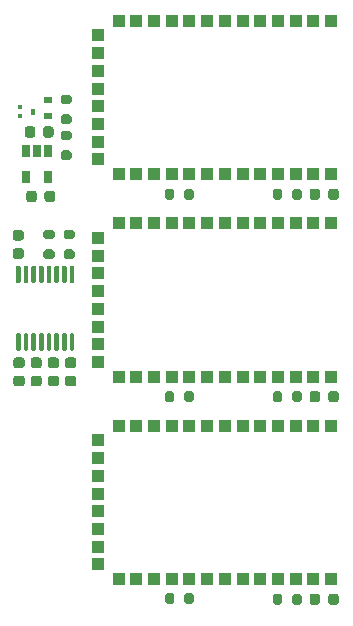
<source format=gbr>
%TF.GenerationSoftware,KiCad,Pcbnew,(5.1.9)-1*%
%TF.CreationDate,2021-01-06T02:37:49+01:00*%
%TF.ProjectId,SerialBT-Flarm-2.0,53657269-616c-4425-942d-466c61726d2d,2.0*%
%TF.SameCoordinates,Original*%
%TF.FileFunction,Paste,Top*%
%TF.FilePolarity,Positive*%
%FSLAX46Y46*%
G04 Gerber Fmt 4.6, Leading zero omitted, Abs format (unit mm)*
G04 Created by KiCad (PCBNEW (5.1.9)-1) date 2021-01-06 02:37:49*
%MOMM*%
%LPD*%
G01*
G04 APERTURE LIST*
%ADD10R,1.000000X1.000000*%
%ADD11R,0.650000X1.060000*%
%ADD12R,0.450000X0.500000*%
%ADD13R,0.450000X0.400000*%
%ADD14R,0.700000X0.600000*%
G04 APERTURE END LIST*
D10*
%TO.C,U3*%
X169568000Y-66779000D03*
X168068000Y-66779000D03*
X166568000Y-66779000D03*
X165068000Y-66779000D03*
X163568000Y-66779000D03*
X162068000Y-66779000D03*
X160568000Y-66779000D03*
X159068000Y-66779000D03*
X157568000Y-66779000D03*
X156068000Y-66779000D03*
X154568000Y-66779000D03*
X153068000Y-66779000D03*
X151568000Y-66779000D03*
X149818000Y-68029000D03*
X149818000Y-69529000D03*
X149818000Y-71029000D03*
X149818000Y-72529000D03*
X149818000Y-74029000D03*
X149818000Y-75529000D03*
X149818000Y-77029000D03*
X149818000Y-78529000D03*
X151568000Y-79779000D03*
X153068000Y-79779000D03*
X154568000Y-79779000D03*
X156068000Y-79779000D03*
X157568000Y-79779000D03*
X159068000Y-79779000D03*
X160568000Y-79779000D03*
X162068000Y-79779000D03*
X163568000Y-79779000D03*
X165068000Y-79779000D03*
X166568000Y-79779000D03*
X168068000Y-79779000D03*
X169568000Y-79779000D03*
%TD*%
%TO.C,U5*%
X169568000Y-101069000D03*
X168068000Y-101069000D03*
X166568000Y-101069000D03*
X165068000Y-101069000D03*
X163568000Y-101069000D03*
X162068000Y-101069000D03*
X160568000Y-101069000D03*
X159068000Y-101069000D03*
X157568000Y-101069000D03*
X156068000Y-101069000D03*
X154568000Y-101069000D03*
X153068000Y-101069000D03*
X151568000Y-101069000D03*
X149818000Y-102319000D03*
X149818000Y-103819000D03*
X149818000Y-105319000D03*
X149818000Y-106819000D03*
X149818000Y-108319000D03*
X149818000Y-109819000D03*
X149818000Y-111319000D03*
X149818000Y-112819000D03*
X151568000Y-114069000D03*
X153068000Y-114069000D03*
X154568000Y-114069000D03*
X156068000Y-114069000D03*
X157568000Y-114069000D03*
X159068000Y-114069000D03*
X160568000Y-114069000D03*
X162068000Y-114069000D03*
X163568000Y-114069000D03*
X165068000Y-114069000D03*
X166568000Y-114069000D03*
X168068000Y-114069000D03*
X169568000Y-114069000D03*
%TD*%
%TO.C,U4*%
X169568000Y-83924000D03*
X168068000Y-83924000D03*
X166568000Y-83924000D03*
X165068000Y-83924000D03*
X163568000Y-83924000D03*
X162068000Y-83924000D03*
X160568000Y-83924000D03*
X159068000Y-83924000D03*
X157568000Y-83924000D03*
X156068000Y-83924000D03*
X154568000Y-83924000D03*
X153068000Y-83924000D03*
X151568000Y-83924000D03*
X149818000Y-85174000D03*
X149818000Y-86674000D03*
X149818000Y-88174000D03*
X149818000Y-89674000D03*
X149818000Y-91174000D03*
X149818000Y-92674000D03*
X149818000Y-94174000D03*
X149818000Y-95674000D03*
X151568000Y-96924000D03*
X153068000Y-96924000D03*
X154568000Y-96924000D03*
X156068000Y-96924000D03*
X157568000Y-96924000D03*
X159068000Y-96924000D03*
X160568000Y-96924000D03*
X162068000Y-96924000D03*
X163568000Y-96924000D03*
X165068000Y-96924000D03*
X166568000Y-96924000D03*
X168068000Y-96924000D03*
X169568000Y-96924000D03*
%TD*%
%TO.C,R10*%
G36*
G01*
X166287000Y-81745500D02*
X166287000Y-81195500D01*
G75*
G02*
X166487000Y-80995500I200000J0D01*
G01*
X166887000Y-80995500D01*
G75*
G02*
X167087000Y-81195500I0J-200000D01*
G01*
X167087000Y-81745500D01*
G75*
G02*
X166887000Y-81945500I-200000J0D01*
G01*
X166487000Y-81945500D01*
G75*
G02*
X166287000Y-81745500I0J200000D01*
G01*
G37*
G36*
G01*
X164637000Y-81745500D02*
X164637000Y-81195500D01*
G75*
G02*
X164837000Y-80995500I200000J0D01*
G01*
X165237000Y-80995500D01*
G75*
G02*
X165437000Y-81195500I0J-200000D01*
G01*
X165437000Y-81745500D01*
G75*
G02*
X165237000Y-81945500I-200000J0D01*
G01*
X164837000Y-81945500D01*
G75*
G02*
X164637000Y-81745500I0J200000D01*
G01*
G37*
%TD*%
%TO.C,R9*%
G36*
G01*
X156293000Y-81195500D02*
X156293000Y-81745500D01*
G75*
G02*
X156093000Y-81945500I-200000J0D01*
G01*
X155693000Y-81945500D01*
G75*
G02*
X155493000Y-81745500I0J200000D01*
G01*
X155493000Y-81195500D01*
G75*
G02*
X155693000Y-80995500I200000J0D01*
G01*
X156093000Y-80995500D01*
G75*
G02*
X156293000Y-81195500I0J-200000D01*
G01*
G37*
G36*
G01*
X157943000Y-81195500D02*
X157943000Y-81745500D01*
G75*
G02*
X157743000Y-81945500I-200000J0D01*
G01*
X157343000Y-81945500D01*
G75*
G02*
X157143000Y-81745500I0J200000D01*
G01*
X157143000Y-81195500D01*
G75*
G02*
X157343000Y-80995500I200000J0D01*
G01*
X157743000Y-80995500D01*
G75*
G02*
X157943000Y-81195500I0J-200000D01*
G01*
G37*
%TD*%
%TO.C,D4*%
G36*
G01*
X168623500Y-81214250D02*
X168623500Y-81726750D01*
G75*
G02*
X168404750Y-81945500I-218750J0D01*
G01*
X167967250Y-81945500D01*
G75*
G02*
X167748500Y-81726750I0J218750D01*
G01*
X167748500Y-81214250D01*
G75*
G02*
X167967250Y-80995500I218750J0D01*
G01*
X168404750Y-80995500D01*
G75*
G02*
X168623500Y-81214250I0J-218750D01*
G01*
G37*
G36*
G01*
X170198500Y-81214250D02*
X170198500Y-81726750D01*
G75*
G02*
X169979750Y-81945500I-218750J0D01*
G01*
X169542250Y-81945500D01*
G75*
G02*
X169323500Y-81726750I0J218750D01*
G01*
X169323500Y-81214250D01*
G75*
G02*
X169542250Y-80995500I218750J0D01*
G01*
X169979750Y-80995500D01*
G75*
G02*
X170198500Y-81214250I0J-218750D01*
G01*
G37*
%TD*%
%TO.C,U2*%
G36*
G01*
X143176500Y-88997500D02*
X142976500Y-88997500D01*
G75*
G02*
X142876500Y-88897500I0J100000D01*
G01*
X142876500Y-87622500D01*
G75*
G02*
X142976500Y-87522500I100000J0D01*
G01*
X143176500Y-87522500D01*
G75*
G02*
X143276500Y-87622500I0J-100000D01*
G01*
X143276500Y-88897500D01*
G75*
G02*
X143176500Y-88997500I-100000J0D01*
G01*
G37*
G36*
G01*
X143826500Y-88997500D02*
X143626500Y-88997500D01*
G75*
G02*
X143526500Y-88897500I0J100000D01*
G01*
X143526500Y-87622500D01*
G75*
G02*
X143626500Y-87522500I100000J0D01*
G01*
X143826500Y-87522500D01*
G75*
G02*
X143926500Y-87622500I0J-100000D01*
G01*
X143926500Y-88897500D01*
G75*
G02*
X143826500Y-88997500I-100000J0D01*
G01*
G37*
G36*
G01*
X144476500Y-88997500D02*
X144276500Y-88997500D01*
G75*
G02*
X144176500Y-88897500I0J100000D01*
G01*
X144176500Y-87622500D01*
G75*
G02*
X144276500Y-87522500I100000J0D01*
G01*
X144476500Y-87522500D01*
G75*
G02*
X144576500Y-87622500I0J-100000D01*
G01*
X144576500Y-88897500D01*
G75*
G02*
X144476500Y-88997500I-100000J0D01*
G01*
G37*
G36*
G01*
X145126500Y-88997500D02*
X144926500Y-88997500D01*
G75*
G02*
X144826500Y-88897500I0J100000D01*
G01*
X144826500Y-87622500D01*
G75*
G02*
X144926500Y-87522500I100000J0D01*
G01*
X145126500Y-87522500D01*
G75*
G02*
X145226500Y-87622500I0J-100000D01*
G01*
X145226500Y-88897500D01*
G75*
G02*
X145126500Y-88997500I-100000J0D01*
G01*
G37*
G36*
G01*
X145776500Y-88997500D02*
X145576500Y-88997500D01*
G75*
G02*
X145476500Y-88897500I0J100000D01*
G01*
X145476500Y-87622500D01*
G75*
G02*
X145576500Y-87522500I100000J0D01*
G01*
X145776500Y-87522500D01*
G75*
G02*
X145876500Y-87622500I0J-100000D01*
G01*
X145876500Y-88897500D01*
G75*
G02*
X145776500Y-88997500I-100000J0D01*
G01*
G37*
G36*
G01*
X146426500Y-88997500D02*
X146226500Y-88997500D01*
G75*
G02*
X146126500Y-88897500I0J100000D01*
G01*
X146126500Y-87622500D01*
G75*
G02*
X146226500Y-87522500I100000J0D01*
G01*
X146426500Y-87522500D01*
G75*
G02*
X146526500Y-87622500I0J-100000D01*
G01*
X146526500Y-88897500D01*
G75*
G02*
X146426500Y-88997500I-100000J0D01*
G01*
G37*
G36*
G01*
X147076500Y-88997500D02*
X146876500Y-88997500D01*
G75*
G02*
X146776500Y-88897500I0J100000D01*
G01*
X146776500Y-87622500D01*
G75*
G02*
X146876500Y-87522500I100000J0D01*
G01*
X147076500Y-87522500D01*
G75*
G02*
X147176500Y-87622500I0J-100000D01*
G01*
X147176500Y-88897500D01*
G75*
G02*
X147076500Y-88997500I-100000J0D01*
G01*
G37*
G36*
G01*
X147726500Y-88997500D02*
X147526500Y-88997500D01*
G75*
G02*
X147426500Y-88897500I0J100000D01*
G01*
X147426500Y-87622500D01*
G75*
G02*
X147526500Y-87522500I100000J0D01*
G01*
X147726500Y-87522500D01*
G75*
G02*
X147826500Y-87622500I0J-100000D01*
G01*
X147826500Y-88897500D01*
G75*
G02*
X147726500Y-88997500I-100000J0D01*
G01*
G37*
G36*
G01*
X147726500Y-94722500D02*
X147526500Y-94722500D01*
G75*
G02*
X147426500Y-94622500I0J100000D01*
G01*
X147426500Y-93347500D01*
G75*
G02*
X147526500Y-93247500I100000J0D01*
G01*
X147726500Y-93247500D01*
G75*
G02*
X147826500Y-93347500I0J-100000D01*
G01*
X147826500Y-94622500D01*
G75*
G02*
X147726500Y-94722500I-100000J0D01*
G01*
G37*
G36*
G01*
X147076500Y-94722500D02*
X146876500Y-94722500D01*
G75*
G02*
X146776500Y-94622500I0J100000D01*
G01*
X146776500Y-93347500D01*
G75*
G02*
X146876500Y-93247500I100000J0D01*
G01*
X147076500Y-93247500D01*
G75*
G02*
X147176500Y-93347500I0J-100000D01*
G01*
X147176500Y-94622500D01*
G75*
G02*
X147076500Y-94722500I-100000J0D01*
G01*
G37*
G36*
G01*
X146426500Y-94722500D02*
X146226500Y-94722500D01*
G75*
G02*
X146126500Y-94622500I0J100000D01*
G01*
X146126500Y-93347500D01*
G75*
G02*
X146226500Y-93247500I100000J0D01*
G01*
X146426500Y-93247500D01*
G75*
G02*
X146526500Y-93347500I0J-100000D01*
G01*
X146526500Y-94622500D01*
G75*
G02*
X146426500Y-94722500I-100000J0D01*
G01*
G37*
G36*
G01*
X145776500Y-94722500D02*
X145576500Y-94722500D01*
G75*
G02*
X145476500Y-94622500I0J100000D01*
G01*
X145476500Y-93347500D01*
G75*
G02*
X145576500Y-93247500I100000J0D01*
G01*
X145776500Y-93247500D01*
G75*
G02*
X145876500Y-93347500I0J-100000D01*
G01*
X145876500Y-94622500D01*
G75*
G02*
X145776500Y-94722500I-100000J0D01*
G01*
G37*
G36*
G01*
X145126500Y-94722500D02*
X144926500Y-94722500D01*
G75*
G02*
X144826500Y-94622500I0J100000D01*
G01*
X144826500Y-93347500D01*
G75*
G02*
X144926500Y-93247500I100000J0D01*
G01*
X145126500Y-93247500D01*
G75*
G02*
X145226500Y-93347500I0J-100000D01*
G01*
X145226500Y-94622500D01*
G75*
G02*
X145126500Y-94722500I-100000J0D01*
G01*
G37*
G36*
G01*
X144476500Y-94722500D02*
X144276500Y-94722500D01*
G75*
G02*
X144176500Y-94622500I0J100000D01*
G01*
X144176500Y-93347500D01*
G75*
G02*
X144276500Y-93247500I100000J0D01*
G01*
X144476500Y-93247500D01*
G75*
G02*
X144576500Y-93347500I0J-100000D01*
G01*
X144576500Y-94622500D01*
G75*
G02*
X144476500Y-94722500I-100000J0D01*
G01*
G37*
G36*
G01*
X143826500Y-94722500D02*
X143626500Y-94722500D01*
G75*
G02*
X143526500Y-94622500I0J100000D01*
G01*
X143526500Y-93347500D01*
G75*
G02*
X143626500Y-93247500I100000J0D01*
G01*
X143826500Y-93247500D01*
G75*
G02*
X143926500Y-93347500I0J-100000D01*
G01*
X143926500Y-94622500D01*
G75*
G02*
X143826500Y-94722500I-100000J0D01*
G01*
G37*
G36*
G01*
X143176500Y-94722500D02*
X142976500Y-94722500D01*
G75*
G02*
X142876500Y-94622500I0J100000D01*
G01*
X142876500Y-93347500D01*
G75*
G02*
X142976500Y-93247500I100000J0D01*
G01*
X143176500Y-93247500D01*
G75*
G02*
X143276500Y-93347500I0J-100000D01*
G01*
X143276500Y-94622500D01*
G75*
G02*
X143176500Y-94722500I-100000J0D01*
G01*
G37*
%TD*%
D11*
%TO.C,U1*%
X145603000Y-80030500D03*
X143703000Y-80030500D03*
X143703000Y-77830500D03*
X144653000Y-77830500D03*
X145603000Y-77830500D03*
%TD*%
%TO.C,R8*%
G36*
G01*
X165437000Y-115485500D02*
X165437000Y-116035500D01*
G75*
G02*
X165237000Y-116235500I-200000J0D01*
G01*
X164837000Y-116235500D01*
G75*
G02*
X164637000Y-116035500I0J200000D01*
G01*
X164637000Y-115485500D01*
G75*
G02*
X164837000Y-115285500I200000J0D01*
G01*
X165237000Y-115285500D01*
G75*
G02*
X165437000Y-115485500I0J-200000D01*
G01*
G37*
G36*
G01*
X167087000Y-115485500D02*
X167087000Y-116035500D01*
G75*
G02*
X166887000Y-116235500I-200000J0D01*
G01*
X166487000Y-116235500D01*
G75*
G02*
X166287000Y-116035500I0J200000D01*
G01*
X166287000Y-115485500D01*
G75*
G02*
X166487000Y-115285500I200000J0D01*
G01*
X166887000Y-115285500D01*
G75*
G02*
X167087000Y-115485500I0J-200000D01*
G01*
G37*
%TD*%
%TO.C,R7*%
G36*
G01*
X156293000Y-115422000D02*
X156293000Y-115972000D01*
G75*
G02*
X156093000Y-116172000I-200000J0D01*
G01*
X155693000Y-116172000D01*
G75*
G02*
X155493000Y-115972000I0J200000D01*
G01*
X155493000Y-115422000D01*
G75*
G02*
X155693000Y-115222000I200000J0D01*
G01*
X156093000Y-115222000D01*
G75*
G02*
X156293000Y-115422000I0J-200000D01*
G01*
G37*
G36*
G01*
X157943000Y-115422000D02*
X157943000Y-115972000D01*
G75*
G02*
X157743000Y-116172000I-200000J0D01*
G01*
X157343000Y-116172000D01*
G75*
G02*
X157143000Y-115972000I0J200000D01*
G01*
X157143000Y-115422000D01*
G75*
G02*
X157343000Y-115222000I200000J0D01*
G01*
X157743000Y-115222000D01*
G75*
G02*
X157943000Y-115422000I0J-200000D01*
G01*
G37*
%TD*%
%TO.C,R6*%
G36*
G01*
X166287000Y-98890500D02*
X166287000Y-98340500D01*
G75*
G02*
X166487000Y-98140500I200000J0D01*
G01*
X166887000Y-98140500D01*
G75*
G02*
X167087000Y-98340500I0J-200000D01*
G01*
X167087000Y-98890500D01*
G75*
G02*
X166887000Y-99090500I-200000J0D01*
G01*
X166487000Y-99090500D01*
G75*
G02*
X166287000Y-98890500I0J200000D01*
G01*
G37*
G36*
G01*
X164637000Y-98890500D02*
X164637000Y-98340500D01*
G75*
G02*
X164837000Y-98140500I200000J0D01*
G01*
X165237000Y-98140500D01*
G75*
G02*
X165437000Y-98340500I0J-200000D01*
G01*
X165437000Y-98890500D01*
G75*
G02*
X165237000Y-99090500I-200000J0D01*
G01*
X164837000Y-99090500D01*
G75*
G02*
X164637000Y-98890500I0J200000D01*
G01*
G37*
%TD*%
%TO.C,R5*%
G36*
G01*
X156293000Y-98340500D02*
X156293000Y-98890500D01*
G75*
G02*
X156093000Y-99090500I-200000J0D01*
G01*
X155693000Y-99090500D01*
G75*
G02*
X155493000Y-98890500I0J200000D01*
G01*
X155493000Y-98340500D01*
G75*
G02*
X155693000Y-98140500I200000J0D01*
G01*
X156093000Y-98140500D01*
G75*
G02*
X156293000Y-98340500I0J-200000D01*
G01*
G37*
G36*
G01*
X157943000Y-98340500D02*
X157943000Y-98890500D01*
G75*
G02*
X157743000Y-99090500I-200000J0D01*
G01*
X157343000Y-99090500D01*
G75*
G02*
X157143000Y-98890500I0J200000D01*
G01*
X157143000Y-98340500D01*
G75*
G02*
X157343000Y-98140500I200000J0D01*
G01*
X157743000Y-98140500D01*
G75*
G02*
X157943000Y-98340500I0J-200000D01*
G01*
G37*
%TD*%
%TO.C,R4*%
G36*
G01*
X147108500Y-86150000D02*
X147658500Y-86150000D01*
G75*
G02*
X147858500Y-86350000I0J-200000D01*
G01*
X147858500Y-86750000D01*
G75*
G02*
X147658500Y-86950000I-200000J0D01*
G01*
X147108500Y-86950000D01*
G75*
G02*
X146908500Y-86750000I0J200000D01*
G01*
X146908500Y-86350000D01*
G75*
G02*
X147108500Y-86150000I200000J0D01*
G01*
G37*
G36*
G01*
X147108500Y-84500000D02*
X147658500Y-84500000D01*
G75*
G02*
X147858500Y-84700000I0J-200000D01*
G01*
X147858500Y-85100000D01*
G75*
G02*
X147658500Y-85300000I-200000J0D01*
G01*
X147108500Y-85300000D01*
G75*
G02*
X146908500Y-85100000I0J200000D01*
G01*
X146908500Y-84700000D01*
G75*
G02*
X147108500Y-84500000I200000J0D01*
G01*
G37*
%TD*%
%TO.C,R3*%
G36*
G01*
X145394000Y-86150000D02*
X145944000Y-86150000D01*
G75*
G02*
X146144000Y-86350000I0J-200000D01*
G01*
X146144000Y-86750000D01*
G75*
G02*
X145944000Y-86950000I-200000J0D01*
G01*
X145394000Y-86950000D01*
G75*
G02*
X145194000Y-86750000I0J200000D01*
G01*
X145194000Y-86350000D01*
G75*
G02*
X145394000Y-86150000I200000J0D01*
G01*
G37*
G36*
G01*
X145394000Y-84500000D02*
X145944000Y-84500000D01*
G75*
G02*
X146144000Y-84700000I0J-200000D01*
G01*
X146144000Y-85100000D01*
G75*
G02*
X145944000Y-85300000I-200000J0D01*
G01*
X145394000Y-85300000D01*
G75*
G02*
X145194000Y-85100000I0J200000D01*
G01*
X145194000Y-84700000D01*
G75*
G02*
X145394000Y-84500000I200000J0D01*
G01*
G37*
%TD*%
%TO.C,R2*%
G36*
G01*
X146854500Y-77767500D02*
X147404500Y-77767500D01*
G75*
G02*
X147604500Y-77967500I0J-200000D01*
G01*
X147604500Y-78367500D01*
G75*
G02*
X147404500Y-78567500I-200000J0D01*
G01*
X146854500Y-78567500D01*
G75*
G02*
X146654500Y-78367500I0J200000D01*
G01*
X146654500Y-77967500D01*
G75*
G02*
X146854500Y-77767500I200000J0D01*
G01*
G37*
G36*
G01*
X146854500Y-76117500D02*
X147404500Y-76117500D01*
G75*
G02*
X147604500Y-76317500I0J-200000D01*
G01*
X147604500Y-76717500D01*
G75*
G02*
X147404500Y-76917500I-200000J0D01*
G01*
X146854500Y-76917500D01*
G75*
G02*
X146654500Y-76717500I0J200000D01*
G01*
X146654500Y-76317500D01*
G75*
G02*
X146854500Y-76117500I200000J0D01*
G01*
G37*
%TD*%
%TO.C,R1*%
G36*
G01*
X146854500Y-74720000D02*
X147404500Y-74720000D01*
G75*
G02*
X147604500Y-74920000I0J-200000D01*
G01*
X147604500Y-75320000D01*
G75*
G02*
X147404500Y-75520000I-200000J0D01*
G01*
X146854500Y-75520000D01*
G75*
G02*
X146654500Y-75320000I0J200000D01*
G01*
X146654500Y-74920000D01*
G75*
G02*
X146854500Y-74720000I200000J0D01*
G01*
G37*
G36*
G01*
X146854500Y-73070000D02*
X147404500Y-73070000D01*
G75*
G02*
X147604500Y-73270000I0J-200000D01*
G01*
X147604500Y-73670000D01*
G75*
G02*
X147404500Y-73870000I-200000J0D01*
G01*
X146854500Y-73870000D01*
G75*
G02*
X146654500Y-73670000I0J200000D01*
G01*
X146654500Y-73270000D01*
G75*
G02*
X146854500Y-73070000I200000J0D01*
G01*
G37*
%TD*%
D12*
%TO.C,Q1*%
X144339000Y-74485500D03*
D13*
X143189000Y-74885500D03*
X143189000Y-74085500D03*
%TD*%
%TO.C,D3*%
G36*
G01*
X168623500Y-115504250D02*
X168623500Y-116016750D01*
G75*
G02*
X168404750Y-116235500I-218750J0D01*
G01*
X167967250Y-116235500D01*
G75*
G02*
X167748500Y-116016750I0J218750D01*
G01*
X167748500Y-115504250D01*
G75*
G02*
X167967250Y-115285500I218750J0D01*
G01*
X168404750Y-115285500D01*
G75*
G02*
X168623500Y-115504250I0J-218750D01*
G01*
G37*
G36*
G01*
X170198500Y-115504250D02*
X170198500Y-116016750D01*
G75*
G02*
X169979750Y-116235500I-218750J0D01*
G01*
X169542250Y-116235500D01*
G75*
G02*
X169323500Y-116016750I0J218750D01*
G01*
X169323500Y-115504250D01*
G75*
G02*
X169542250Y-115285500I218750J0D01*
G01*
X169979750Y-115285500D01*
G75*
G02*
X170198500Y-115504250I0J-218750D01*
G01*
G37*
%TD*%
%TO.C,D2*%
G36*
G01*
X168623500Y-98359250D02*
X168623500Y-98871750D01*
G75*
G02*
X168404750Y-99090500I-218750J0D01*
G01*
X167967250Y-99090500D01*
G75*
G02*
X167748500Y-98871750I0J218750D01*
G01*
X167748500Y-98359250D01*
G75*
G02*
X167967250Y-98140500I218750J0D01*
G01*
X168404750Y-98140500D01*
G75*
G02*
X168623500Y-98359250I0J-218750D01*
G01*
G37*
G36*
G01*
X170198500Y-98359250D02*
X170198500Y-98871750D01*
G75*
G02*
X169979750Y-99090500I-218750J0D01*
G01*
X169542250Y-99090500D01*
G75*
G02*
X169323500Y-98871750I0J218750D01*
G01*
X169323500Y-98359250D01*
G75*
G02*
X169542250Y-98140500I218750J0D01*
G01*
X169979750Y-98140500D01*
G75*
G02*
X170198500Y-98359250I0J-218750D01*
G01*
G37*
%TD*%
D14*
%TO.C,D1*%
X145605500Y-74868000D03*
X145605500Y-73468000D03*
%TD*%
%TO.C,C7*%
G36*
G01*
X144339500Y-96845000D02*
X144839500Y-96845000D01*
G75*
G02*
X145064500Y-97070000I0J-225000D01*
G01*
X145064500Y-97520000D01*
G75*
G02*
X144839500Y-97745000I-225000J0D01*
G01*
X144339500Y-97745000D01*
G75*
G02*
X144114500Y-97520000I0J225000D01*
G01*
X144114500Y-97070000D01*
G75*
G02*
X144339500Y-96845000I225000J0D01*
G01*
G37*
G36*
G01*
X144339500Y-95295000D02*
X144839500Y-95295000D01*
G75*
G02*
X145064500Y-95520000I0J-225000D01*
G01*
X145064500Y-95970000D01*
G75*
G02*
X144839500Y-96195000I-225000J0D01*
G01*
X144339500Y-96195000D01*
G75*
G02*
X144114500Y-95970000I0J225000D01*
G01*
X144114500Y-95520000D01*
G75*
G02*
X144339500Y-95295000I225000J0D01*
G01*
G37*
%TD*%
%TO.C,C6*%
G36*
G01*
X142879000Y-96845000D02*
X143379000Y-96845000D01*
G75*
G02*
X143604000Y-97070000I0J-225000D01*
G01*
X143604000Y-97520000D01*
G75*
G02*
X143379000Y-97745000I-225000J0D01*
G01*
X142879000Y-97745000D01*
G75*
G02*
X142654000Y-97520000I0J225000D01*
G01*
X142654000Y-97070000D01*
G75*
G02*
X142879000Y-96845000I225000J0D01*
G01*
G37*
G36*
G01*
X142879000Y-95295000D02*
X143379000Y-95295000D01*
G75*
G02*
X143604000Y-95520000I0J-225000D01*
G01*
X143604000Y-95970000D01*
G75*
G02*
X143379000Y-96195000I-225000J0D01*
G01*
X142879000Y-96195000D01*
G75*
G02*
X142654000Y-95970000I0J225000D01*
G01*
X142654000Y-95520000D01*
G75*
G02*
X142879000Y-95295000I225000J0D01*
G01*
G37*
%TD*%
%TO.C,C5*%
G36*
G01*
X143315500Y-85400000D02*
X142815500Y-85400000D01*
G75*
G02*
X142590500Y-85175000I0J225000D01*
G01*
X142590500Y-84725000D01*
G75*
G02*
X142815500Y-84500000I225000J0D01*
G01*
X143315500Y-84500000D01*
G75*
G02*
X143540500Y-84725000I0J-225000D01*
G01*
X143540500Y-85175000D01*
G75*
G02*
X143315500Y-85400000I-225000J0D01*
G01*
G37*
G36*
G01*
X143315500Y-86950000D02*
X142815500Y-86950000D01*
G75*
G02*
X142590500Y-86725000I0J225000D01*
G01*
X142590500Y-86275000D01*
G75*
G02*
X142815500Y-86050000I225000J0D01*
G01*
X143315500Y-86050000D01*
G75*
G02*
X143540500Y-86275000I0J-225000D01*
G01*
X143540500Y-86725000D01*
G75*
G02*
X143315500Y-86950000I-225000J0D01*
G01*
G37*
%TD*%
%TO.C,C4*%
G36*
G01*
X147260500Y-96845000D02*
X147760500Y-96845000D01*
G75*
G02*
X147985500Y-97070000I0J-225000D01*
G01*
X147985500Y-97520000D01*
G75*
G02*
X147760500Y-97745000I-225000J0D01*
G01*
X147260500Y-97745000D01*
G75*
G02*
X147035500Y-97520000I0J225000D01*
G01*
X147035500Y-97070000D01*
G75*
G02*
X147260500Y-96845000I225000J0D01*
G01*
G37*
G36*
G01*
X147260500Y-95295000D02*
X147760500Y-95295000D01*
G75*
G02*
X147985500Y-95520000I0J-225000D01*
G01*
X147985500Y-95970000D01*
G75*
G02*
X147760500Y-96195000I-225000J0D01*
G01*
X147260500Y-96195000D01*
G75*
G02*
X147035500Y-95970000I0J225000D01*
G01*
X147035500Y-95520000D01*
G75*
G02*
X147260500Y-95295000I225000J0D01*
G01*
G37*
%TD*%
%TO.C,C3*%
G36*
G01*
X145800000Y-96845000D02*
X146300000Y-96845000D01*
G75*
G02*
X146525000Y-97070000I0J-225000D01*
G01*
X146525000Y-97520000D01*
G75*
G02*
X146300000Y-97745000I-225000J0D01*
G01*
X145800000Y-97745000D01*
G75*
G02*
X145575000Y-97520000I0J225000D01*
G01*
X145575000Y-97070000D01*
G75*
G02*
X145800000Y-96845000I225000J0D01*
G01*
G37*
G36*
G01*
X145800000Y-95295000D02*
X146300000Y-95295000D01*
G75*
G02*
X146525000Y-95520000I0J-225000D01*
G01*
X146525000Y-95970000D01*
G75*
G02*
X146300000Y-96195000I-225000J0D01*
G01*
X145800000Y-96195000D01*
G75*
G02*
X145575000Y-95970000I0J225000D01*
G01*
X145575000Y-95520000D01*
G75*
G02*
X145800000Y-95295000I225000J0D01*
G01*
G37*
%TD*%
%TO.C,C2*%
G36*
G01*
X144645500Y-81411000D02*
X144645500Y-81911000D01*
G75*
G02*
X144420500Y-82136000I-225000J0D01*
G01*
X143970500Y-82136000D01*
G75*
G02*
X143745500Y-81911000I0J225000D01*
G01*
X143745500Y-81411000D01*
G75*
G02*
X143970500Y-81186000I225000J0D01*
G01*
X144420500Y-81186000D01*
G75*
G02*
X144645500Y-81411000I0J-225000D01*
G01*
G37*
G36*
G01*
X146195500Y-81411000D02*
X146195500Y-81911000D01*
G75*
G02*
X145970500Y-82136000I-225000J0D01*
G01*
X145520500Y-82136000D01*
G75*
G02*
X145295500Y-81911000I0J225000D01*
G01*
X145295500Y-81411000D01*
G75*
G02*
X145520500Y-81186000I225000J0D01*
G01*
X145970500Y-81186000D01*
G75*
G02*
X146195500Y-81411000I0J-225000D01*
G01*
G37*
%TD*%
%TO.C,C1*%
G36*
G01*
X144518500Y-75950000D02*
X144518500Y-76450000D01*
G75*
G02*
X144293500Y-76675000I-225000J0D01*
G01*
X143843500Y-76675000D01*
G75*
G02*
X143618500Y-76450000I0J225000D01*
G01*
X143618500Y-75950000D01*
G75*
G02*
X143843500Y-75725000I225000J0D01*
G01*
X144293500Y-75725000D01*
G75*
G02*
X144518500Y-75950000I0J-225000D01*
G01*
G37*
G36*
G01*
X146068500Y-75950000D02*
X146068500Y-76450000D01*
G75*
G02*
X145843500Y-76675000I-225000J0D01*
G01*
X145393500Y-76675000D01*
G75*
G02*
X145168500Y-76450000I0J225000D01*
G01*
X145168500Y-75950000D01*
G75*
G02*
X145393500Y-75725000I225000J0D01*
G01*
X145843500Y-75725000D01*
G75*
G02*
X146068500Y-75950000I0J-225000D01*
G01*
G37*
%TD*%
M02*

</source>
